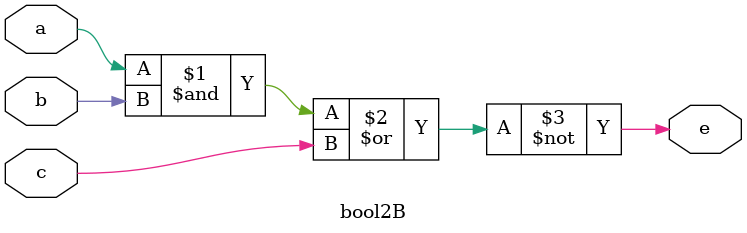
<source format=v>
`timescale 1ns / 1ps


module bool2B(
     input a, b, c,
     output e
    );
    assign e = ~((a&b)|c);
endmodule

</source>
